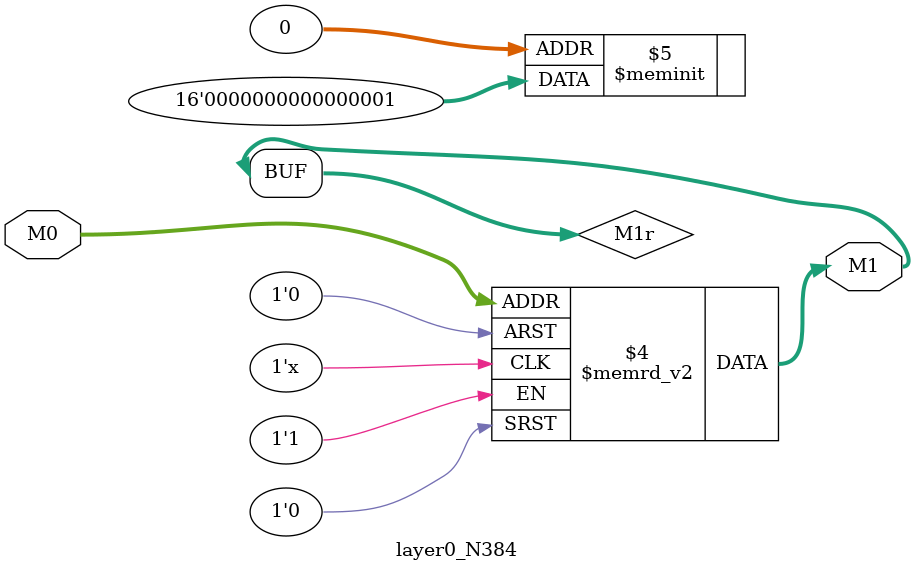
<source format=v>
module layer0_N384 ( input [2:0] M0, output [1:0] M1 );

	(*rom_style = "distributed" *) reg [1:0] M1r;
	assign M1 = M1r;
	always @ (M0) begin
		case (M0)
			3'b000: M1r = 2'b01;
			3'b100: M1r = 2'b00;
			3'b010: M1r = 2'b00;
			3'b110: M1r = 2'b00;
			3'b001: M1r = 2'b00;
			3'b101: M1r = 2'b00;
			3'b011: M1r = 2'b00;
			3'b111: M1r = 2'b00;

		endcase
	end
endmodule

</source>
